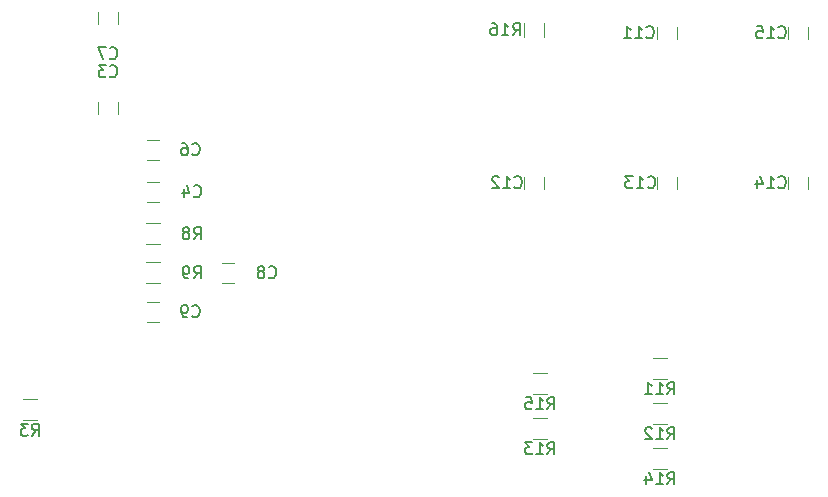
<source format=gbr>
G04 #@! TF.FileFunction,Legend,Bot*
%FSLAX46Y46*%
G04 Gerber Fmt 4.6, Leading zero omitted, Abs format (unit mm)*
G04 Created by KiCad (PCBNEW 4.0.6) date Wednesday, April 11, 2018 'PMt' 08:09:55 PM*
%MOMM*%
%LPD*%
G01*
G04 APERTURE LIST*
%ADD10C,0.100000*%
%ADD11C,0.120000*%
%ADD12C,0.150000*%
G04 APERTURE END LIST*
D10*
D11*
X150964000Y-82812000D02*
X150964000Y-83812000D01*
X149264000Y-83812000D02*
X149264000Y-82812000D01*
X153424000Y-89574000D02*
X154424000Y-89574000D01*
X154424000Y-91274000D02*
X153424000Y-91274000D01*
X153424000Y-86018000D02*
X154424000Y-86018000D01*
X154424000Y-87718000D02*
X153424000Y-87718000D01*
X150964000Y-75192000D02*
X150964000Y-76192000D01*
X149264000Y-76192000D02*
X149264000Y-75192000D01*
X160774000Y-98132000D02*
X159774000Y-98132000D01*
X159774000Y-96432000D02*
X160774000Y-96432000D01*
X154424000Y-101434000D02*
X153424000Y-101434000D01*
X153424000Y-99734000D02*
X154424000Y-99734000D01*
X196635000Y-77462000D02*
X196635000Y-76462000D01*
X198335000Y-76462000D02*
X198335000Y-77462000D01*
X185332000Y-90162000D02*
X185332000Y-89162000D01*
X187032000Y-89162000D02*
X187032000Y-90162000D01*
X196635000Y-90162000D02*
X196635000Y-89162000D01*
X198335000Y-89162000D02*
X198335000Y-90162000D01*
X207684000Y-90162000D02*
X207684000Y-89162000D01*
X209384000Y-89162000D02*
X209384000Y-90162000D01*
X207684000Y-77462000D02*
X207684000Y-76462000D01*
X209384000Y-76462000D02*
X209384000Y-77462000D01*
X142910000Y-109719000D02*
X144110000Y-109719000D01*
X144110000Y-107959000D02*
X142910000Y-107959000D01*
X154524000Y-93100000D02*
X153324000Y-93100000D01*
X153324000Y-94860000D02*
X154524000Y-94860000D01*
X153324000Y-98162000D02*
X154524000Y-98162000D01*
X154524000Y-96402000D02*
X153324000Y-96402000D01*
X197450000Y-104530000D02*
X196250000Y-104530000D01*
X196250000Y-106290000D02*
X197450000Y-106290000D01*
X197450000Y-108340000D02*
X196250000Y-108340000D01*
X196250000Y-110100000D02*
X197450000Y-110100000D01*
X187290000Y-109610000D02*
X186090000Y-109610000D01*
X186090000Y-111370000D02*
X187290000Y-111370000D01*
X197450000Y-112150000D02*
X196250000Y-112150000D01*
X196250000Y-113910000D02*
X197450000Y-113910000D01*
X187290000Y-105800000D02*
X186090000Y-105800000D01*
X186090000Y-107560000D02*
X187290000Y-107560000D01*
X187062000Y-77308000D02*
X187062000Y-76108000D01*
X185302000Y-76108000D02*
X185302000Y-77308000D01*
D12*
X150280666Y-80621143D02*
X150328285Y-80668762D01*
X150471142Y-80716381D01*
X150566380Y-80716381D01*
X150709238Y-80668762D01*
X150804476Y-80573524D01*
X150852095Y-80478286D01*
X150899714Y-80287810D01*
X150899714Y-80144952D01*
X150852095Y-79954476D01*
X150804476Y-79859238D01*
X150709238Y-79764000D01*
X150566380Y-79716381D01*
X150471142Y-79716381D01*
X150328285Y-79764000D01*
X150280666Y-79811619D01*
X149947333Y-79716381D02*
X149328285Y-79716381D01*
X149661619Y-80097333D01*
X149518761Y-80097333D01*
X149423523Y-80144952D01*
X149375904Y-80192571D01*
X149328285Y-80287810D01*
X149328285Y-80525905D01*
X149375904Y-80621143D01*
X149423523Y-80668762D01*
X149518761Y-80716381D01*
X149804476Y-80716381D01*
X149899714Y-80668762D01*
X149947333Y-80621143D01*
X157392666Y-90781143D02*
X157440285Y-90828762D01*
X157583142Y-90876381D01*
X157678380Y-90876381D01*
X157821238Y-90828762D01*
X157916476Y-90733524D01*
X157964095Y-90638286D01*
X158011714Y-90447810D01*
X158011714Y-90304952D01*
X157964095Y-90114476D01*
X157916476Y-90019238D01*
X157821238Y-89924000D01*
X157678380Y-89876381D01*
X157583142Y-89876381D01*
X157440285Y-89924000D01*
X157392666Y-89971619D01*
X156535523Y-90209714D02*
X156535523Y-90876381D01*
X156773619Y-89828762D02*
X157011714Y-90543048D01*
X156392666Y-90543048D01*
X157265666Y-87225143D02*
X157313285Y-87272762D01*
X157456142Y-87320381D01*
X157551380Y-87320381D01*
X157694238Y-87272762D01*
X157789476Y-87177524D01*
X157837095Y-87082286D01*
X157884714Y-86891810D01*
X157884714Y-86748952D01*
X157837095Y-86558476D01*
X157789476Y-86463238D01*
X157694238Y-86368000D01*
X157551380Y-86320381D01*
X157456142Y-86320381D01*
X157313285Y-86368000D01*
X157265666Y-86415619D01*
X156408523Y-86320381D02*
X156599000Y-86320381D01*
X156694238Y-86368000D01*
X156741857Y-86415619D01*
X156837095Y-86558476D01*
X156884714Y-86748952D01*
X156884714Y-87129905D01*
X156837095Y-87225143D01*
X156789476Y-87272762D01*
X156694238Y-87320381D01*
X156503761Y-87320381D01*
X156408523Y-87272762D01*
X156360904Y-87225143D01*
X156313285Y-87129905D01*
X156313285Y-86891810D01*
X156360904Y-86796571D01*
X156408523Y-86748952D01*
X156503761Y-86701333D01*
X156694238Y-86701333D01*
X156789476Y-86748952D01*
X156837095Y-86796571D01*
X156884714Y-86891810D01*
X150280666Y-79097143D02*
X150328285Y-79144762D01*
X150471142Y-79192381D01*
X150566380Y-79192381D01*
X150709238Y-79144762D01*
X150804476Y-79049524D01*
X150852095Y-78954286D01*
X150899714Y-78763810D01*
X150899714Y-78620952D01*
X150852095Y-78430476D01*
X150804476Y-78335238D01*
X150709238Y-78240000D01*
X150566380Y-78192381D01*
X150471142Y-78192381D01*
X150328285Y-78240000D01*
X150280666Y-78287619D01*
X149947333Y-78192381D02*
X149280666Y-78192381D01*
X149709238Y-79192381D01*
X163742666Y-97639143D02*
X163790285Y-97686762D01*
X163933142Y-97734381D01*
X164028380Y-97734381D01*
X164171238Y-97686762D01*
X164266476Y-97591524D01*
X164314095Y-97496286D01*
X164361714Y-97305810D01*
X164361714Y-97162952D01*
X164314095Y-96972476D01*
X164266476Y-96877238D01*
X164171238Y-96782000D01*
X164028380Y-96734381D01*
X163933142Y-96734381D01*
X163790285Y-96782000D01*
X163742666Y-96829619D01*
X163171238Y-97162952D02*
X163266476Y-97115333D01*
X163314095Y-97067714D01*
X163361714Y-96972476D01*
X163361714Y-96924857D01*
X163314095Y-96829619D01*
X163266476Y-96782000D01*
X163171238Y-96734381D01*
X162980761Y-96734381D01*
X162885523Y-96782000D01*
X162837904Y-96829619D01*
X162790285Y-96924857D01*
X162790285Y-96972476D01*
X162837904Y-97067714D01*
X162885523Y-97115333D01*
X162980761Y-97162952D01*
X163171238Y-97162952D01*
X163266476Y-97210571D01*
X163314095Y-97258190D01*
X163361714Y-97353429D01*
X163361714Y-97543905D01*
X163314095Y-97639143D01*
X163266476Y-97686762D01*
X163171238Y-97734381D01*
X162980761Y-97734381D01*
X162885523Y-97686762D01*
X162837904Y-97639143D01*
X162790285Y-97543905D01*
X162790285Y-97353429D01*
X162837904Y-97258190D01*
X162885523Y-97210571D01*
X162980761Y-97162952D01*
X157265666Y-100941143D02*
X157313285Y-100988762D01*
X157456142Y-101036381D01*
X157551380Y-101036381D01*
X157694238Y-100988762D01*
X157789476Y-100893524D01*
X157837095Y-100798286D01*
X157884714Y-100607810D01*
X157884714Y-100464952D01*
X157837095Y-100274476D01*
X157789476Y-100179238D01*
X157694238Y-100084000D01*
X157551380Y-100036381D01*
X157456142Y-100036381D01*
X157313285Y-100084000D01*
X157265666Y-100131619D01*
X156789476Y-101036381D02*
X156599000Y-101036381D01*
X156503761Y-100988762D01*
X156456142Y-100941143D01*
X156360904Y-100798286D01*
X156313285Y-100607810D01*
X156313285Y-100226857D01*
X156360904Y-100131619D01*
X156408523Y-100084000D01*
X156503761Y-100036381D01*
X156694238Y-100036381D01*
X156789476Y-100084000D01*
X156837095Y-100131619D01*
X156884714Y-100226857D01*
X156884714Y-100464952D01*
X156837095Y-100560190D01*
X156789476Y-100607810D01*
X156694238Y-100655429D01*
X156503761Y-100655429D01*
X156408523Y-100607810D01*
X156360904Y-100560190D01*
X156313285Y-100464952D01*
X195714857Y-77319143D02*
X195762476Y-77366762D01*
X195905333Y-77414381D01*
X196000571Y-77414381D01*
X196143429Y-77366762D01*
X196238667Y-77271524D01*
X196286286Y-77176286D01*
X196333905Y-76985810D01*
X196333905Y-76842952D01*
X196286286Y-76652476D01*
X196238667Y-76557238D01*
X196143429Y-76462000D01*
X196000571Y-76414381D01*
X195905333Y-76414381D01*
X195762476Y-76462000D01*
X195714857Y-76509619D01*
X194762476Y-77414381D02*
X195333905Y-77414381D01*
X195048191Y-77414381D02*
X195048191Y-76414381D01*
X195143429Y-76557238D01*
X195238667Y-76652476D01*
X195333905Y-76700095D01*
X193810095Y-77414381D02*
X194381524Y-77414381D01*
X194095810Y-77414381D02*
X194095810Y-76414381D01*
X194191048Y-76557238D01*
X194286286Y-76652476D01*
X194381524Y-76700095D01*
X184538857Y-90019143D02*
X184586476Y-90066762D01*
X184729333Y-90114381D01*
X184824571Y-90114381D01*
X184967429Y-90066762D01*
X185062667Y-89971524D01*
X185110286Y-89876286D01*
X185157905Y-89685810D01*
X185157905Y-89542952D01*
X185110286Y-89352476D01*
X185062667Y-89257238D01*
X184967429Y-89162000D01*
X184824571Y-89114381D01*
X184729333Y-89114381D01*
X184586476Y-89162000D01*
X184538857Y-89209619D01*
X183586476Y-90114381D02*
X184157905Y-90114381D01*
X183872191Y-90114381D02*
X183872191Y-89114381D01*
X183967429Y-89257238D01*
X184062667Y-89352476D01*
X184157905Y-89400095D01*
X183205524Y-89209619D02*
X183157905Y-89162000D01*
X183062667Y-89114381D01*
X182824571Y-89114381D01*
X182729333Y-89162000D01*
X182681714Y-89209619D01*
X182634095Y-89304857D01*
X182634095Y-89400095D01*
X182681714Y-89542952D01*
X183253143Y-90114381D01*
X182634095Y-90114381D01*
X195841857Y-90019143D02*
X195889476Y-90066762D01*
X196032333Y-90114381D01*
X196127571Y-90114381D01*
X196270429Y-90066762D01*
X196365667Y-89971524D01*
X196413286Y-89876286D01*
X196460905Y-89685810D01*
X196460905Y-89542952D01*
X196413286Y-89352476D01*
X196365667Y-89257238D01*
X196270429Y-89162000D01*
X196127571Y-89114381D01*
X196032333Y-89114381D01*
X195889476Y-89162000D01*
X195841857Y-89209619D01*
X194889476Y-90114381D02*
X195460905Y-90114381D01*
X195175191Y-90114381D02*
X195175191Y-89114381D01*
X195270429Y-89257238D01*
X195365667Y-89352476D01*
X195460905Y-89400095D01*
X194556143Y-89114381D02*
X193937095Y-89114381D01*
X194270429Y-89495333D01*
X194127571Y-89495333D01*
X194032333Y-89542952D01*
X193984714Y-89590571D01*
X193937095Y-89685810D01*
X193937095Y-89923905D01*
X193984714Y-90019143D01*
X194032333Y-90066762D01*
X194127571Y-90114381D01*
X194413286Y-90114381D01*
X194508524Y-90066762D01*
X194556143Y-90019143D01*
X206890857Y-90019143D02*
X206938476Y-90066762D01*
X207081333Y-90114381D01*
X207176571Y-90114381D01*
X207319429Y-90066762D01*
X207414667Y-89971524D01*
X207462286Y-89876286D01*
X207509905Y-89685810D01*
X207509905Y-89542952D01*
X207462286Y-89352476D01*
X207414667Y-89257238D01*
X207319429Y-89162000D01*
X207176571Y-89114381D01*
X207081333Y-89114381D01*
X206938476Y-89162000D01*
X206890857Y-89209619D01*
X205938476Y-90114381D02*
X206509905Y-90114381D01*
X206224191Y-90114381D02*
X206224191Y-89114381D01*
X206319429Y-89257238D01*
X206414667Y-89352476D01*
X206509905Y-89400095D01*
X205081333Y-89447714D02*
X205081333Y-90114381D01*
X205319429Y-89066762D02*
X205557524Y-89781048D01*
X204938476Y-89781048D01*
X206890857Y-77319143D02*
X206938476Y-77366762D01*
X207081333Y-77414381D01*
X207176571Y-77414381D01*
X207319429Y-77366762D01*
X207414667Y-77271524D01*
X207462286Y-77176286D01*
X207509905Y-76985810D01*
X207509905Y-76842952D01*
X207462286Y-76652476D01*
X207414667Y-76557238D01*
X207319429Y-76462000D01*
X207176571Y-76414381D01*
X207081333Y-76414381D01*
X206938476Y-76462000D01*
X206890857Y-76509619D01*
X205938476Y-77414381D02*
X206509905Y-77414381D01*
X206224191Y-77414381D02*
X206224191Y-76414381D01*
X206319429Y-76557238D01*
X206414667Y-76652476D01*
X206509905Y-76700095D01*
X205033714Y-76414381D02*
X205509905Y-76414381D01*
X205557524Y-76890571D01*
X205509905Y-76842952D01*
X205414667Y-76795333D01*
X205176571Y-76795333D01*
X205081333Y-76842952D01*
X205033714Y-76890571D01*
X204986095Y-76985810D01*
X204986095Y-77223905D01*
X205033714Y-77319143D01*
X205081333Y-77366762D01*
X205176571Y-77414381D01*
X205414667Y-77414381D01*
X205509905Y-77366762D01*
X205557524Y-77319143D01*
X143676666Y-111069381D02*
X144010000Y-110593190D01*
X144248095Y-111069381D02*
X144248095Y-110069381D01*
X143867142Y-110069381D01*
X143771904Y-110117000D01*
X143724285Y-110164619D01*
X143676666Y-110259857D01*
X143676666Y-110402714D01*
X143724285Y-110497952D01*
X143771904Y-110545571D01*
X143867142Y-110593190D01*
X144248095Y-110593190D01*
X143343333Y-110069381D02*
X142724285Y-110069381D01*
X143057619Y-110450333D01*
X142914761Y-110450333D01*
X142819523Y-110497952D01*
X142771904Y-110545571D01*
X142724285Y-110640810D01*
X142724285Y-110878905D01*
X142771904Y-110974143D01*
X142819523Y-111021762D01*
X142914761Y-111069381D01*
X143200476Y-111069381D01*
X143295714Y-111021762D01*
X143343333Y-110974143D01*
X157392666Y-94432381D02*
X157726000Y-93956190D01*
X157964095Y-94432381D02*
X157964095Y-93432381D01*
X157583142Y-93432381D01*
X157487904Y-93480000D01*
X157440285Y-93527619D01*
X157392666Y-93622857D01*
X157392666Y-93765714D01*
X157440285Y-93860952D01*
X157487904Y-93908571D01*
X157583142Y-93956190D01*
X157964095Y-93956190D01*
X156821238Y-93860952D02*
X156916476Y-93813333D01*
X156964095Y-93765714D01*
X157011714Y-93670476D01*
X157011714Y-93622857D01*
X156964095Y-93527619D01*
X156916476Y-93480000D01*
X156821238Y-93432381D01*
X156630761Y-93432381D01*
X156535523Y-93480000D01*
X156487904Y-93527619D01*
X156440285Y-93622857D01*
X156440285Y-93670476D01*
X156487904Y-93765714D01*
X156535523Y-93813333D01*
X156630761Y-93860952D01*
X156821238Y-93860952D01*
X156916476Y-93908571D01*
X156964095Y-93956190D01*
X157011714Y-94051429D01*
X157011714Y-94241905D01*
X156964095Y-94337143D01*
X156916476Y-94384762D01*
X156821238Y-94432381D01*
X156630761Y-94432381D01*
X156535523Y-94384762D01*
X156487904Y-94337143D01*
X156440285Y-94241905D01*
X156440285Y-94051429D01*
X156487904Y-93956190D01*
X156535523Y-93908571D01*
X156630761Y-93860952D01*
X157392666Y-97734381D02*
X157726000Y-97258190D01*
X157964095Y-97734381D02*
X157964095Y-96734381D01*
X157583142Y-96734381D01*
X157487904Y-96782000D01*
X157440285Y-96829619D01*
X157392666Y-96924857D01*
X157392666Y-97067714D01*
X157440285Y-97162952D01*
X157487904Y-97210571D01*
X157583142Y-97258190D01*
X157964095Y-97258190D01*
X156916476Y-97734381D02*
X156726000Y-97734381D01*
X156630761Y-97686762D01*
X156583142Y-97639143D01*
X156487904Y-97496286D01*
X156440285Y-97305810D01*
X156440285Y-96924857D01*
X156487904Y-96829619D01*
X156535523Y-96782000D01*
X156630761Y-96734381D01*
X156821238Y-96734381D01*
X156916476Y-96782000D01*
X156964095Y-96829619D01*
X157011714Y-96924857D01*
X157011714Y-97162952D01*
X156964095Y-97258190D01*
X156916476Y-97305810D01*
X156821238Y-97353429D01*
X156630761Y-97353429D01*
X156535523Y-97305810D01*
X156487904Y-97258190D01*
X156440285Y-97162952D01*
X197492857Y-107562381D02*
X197826191Y-107086190D01*
X198064286Y-107562381D02*
X198064286Y-106562381D01*
X197683333Y-106562381D01*
X197588095Y-106610000D01*
X197540476Y-106657619D01*
X197492857Y-106752857D01*
X197492857Y-106895714D01*
X197540476Y-106990952D01*
X197588095Y-107038571D01*
X197683333Y-107086190D01*
X198064286Y-107086190D01*
X196540476Y-107562381D02*
X197111905Y-107562381D01*
X196826191Y-107562381D02*
X196826191Y-106562381D01*
X196921429Y-106705238D01*
X197016667Y-106800476D01*
X197111905Y-106848095D01*
X195588095Y-107562381D02*
X196159524Y-107562381D01*
X195873810Y-107562381D02*
X195873810Y-106562381D01*
X195969048Y-106705238D01*
X196064286Y-106800476D01*
X196159524Y-106848095D01*
X197492857Y-111372381D02*
X197826191Y-110896190D01*
X198064286Y-111372381D02*
X198064286Y-110372381D01*
X197683333Y-110372381D01*
X197588095Y-110420000D01*
X197540476Y-110467619D01*
X197492857Y-110562857D01*
X197492857Y-110705714D01*
X197540476Y-110800952D01*
X197588095Y-110848571D01*
X197683333Y-110896190D01*
X198064286Y-110896190D01*
X196540476Y-111372381D02*
X197111905Y-111372381D01*
X196826191Y-111372381D02*
X196826191Y-110372381D01*
X196921429Y-110515238D01*
X197016667Y-110610476D01*
X197111905Y-110658095D01*
X196159524Y-110467619D02*
X196111905Y-110420000D01*
X196016667Y-110372381D01*
X195778571Y-110372381D01*
X195683333Y-110420000D01*
X195635714Y-110467619D01*
X195588095Y-110562857D01*
X195588095Y-110658095D01*
X195635714Y-110800952D01*
X196207143Y-111372381D01*
X195588095Y-111372381D01*
X187332857Y-112642381D02*
X187666191Y-112166190D01*
X187904286Y-112642381D02*
X187904286Y-111642381D01*
X187523333Y-111642381D01*
X187428095Y-111690000D01*
X187380476Y-111737619D01*
X187332857Y-111832857D01*
X187332857Y-111975714D01*
X187380476Y-112070952D01*
X187428095Y-112118571D01*
X187523333Y-112166190D01*
X187904286Y-112166190D01*
X186380476Y-112642381D02*
X186951905Y-112642381D01*
X186666191Y-112642381D02*
X186666191Y-111642381D01*
X186761429Y-111785238D01*
X186856667Y-111880476D01*
X186951905Y-111928095D01*
X186047143Y-111642381D02*
X185428095Y-111642381D01*
X185761429Y-112023333D01*
X185618571Y-112023333D01*
X185523333Y-112070952D01*
X185475714Y-112118571D01*
X185428095Y-112213810D01*
X185428095Y-112451905D01*
X185475714Y-112547143D01*
X185523333Y-112594762D01*
X185618571Y-112642381D01*
X185904286Y-112642381D01*
X185999524Y-112594762D01*
X186047143Y-112547143D01*
X197492857Y-115182381D02*
X197826191Y-114706190D01*
X198064286Y-115182381D02*
X198064286Y-114182381D01*
X197683333Y-114182381D01*
X197588095Y-114230000D01*
X197540476Y-114277619D01*
X197492857Y-114372857D01*
X197492857Y-114515714D01*
X197540476Y-114610952D01*
X197588095Y-114658571D01*
X197683333Y-114706190D01*
X198064286Y-114706190D01*
X196540476Y-115182381D02*
X197111905Y-115182381D01*
X196826191Y-115182381D02*
X196826191Y-114182381D01*
X196921429Y-114325238D01*
X197016667Y-114420476D01*
X197111905Y-114468095D01*
X195683333Y-114515714D02*
X195683333Y-115182381D01*
X195921429Y-114134762D02*
X196159524Y-114849048D01*
X195540476Y-114849048D01*
X187332857Y-108832381D02*
X187666191Y-108356190D01*
X187904286Y-108832381D02*
X187904286Y-107832381D01*
X187523333Y-107832381D01*
X187428095Y-107880000D01*
X187380476Y-107927619D01*
X187332857Y-108022857D01*
X187332857Y-108165714D01*
X187380476Y-108260952D01*
X187428095Y-108308571D01*
X187523333Y-108356190D01*
X187904286Y-108356190D01*
X186380476Y-108832381D02*
X186951905Y-108832381D01*
X186666191Y-108832381D02*
X186666191Y-107832381D01*
X186761429Y-107975238D01*
X186856667Y-108070476D01*
X186951905Y-108118095D01*
X185475714Y-107832381D02*
X185951905Y-107832381D01*
X185999524Y-108308571D01*
X185951905Y-108260952D01*
X185856667Y-108213333D01*
X185618571Y-108213333D01*
X185523333Y-108260952D01*
X185475714Y-108308571D01*
X185428095Y-108403810D01*
X185428095Y-108641905D01*
X185475714Y-108737143D01*
X185523333Y-108784762D01*
X185618571Y-108832381D01*
X185856667Y-108832381D01*
X185951905Y-108784762D01*
X185999524Y-108737143D01*
X184411857Y-77160381D02*
X184745191Y-76684190D01*
X184983286Y-77160381D02*
X184983286Y-76160381D01*
X184602333Y-76160381D01*
X184507095Y-76208000D01*
X184459476Y-76255619D01*
X184411857Y-76350857D01*
X184411857Y-76493714D01*
X184459476Y-76588952D01*
X184507095Y-76636571D01*
X184602333Y-76684190D01*
X184983286Y-76684190D01*
X183459476Y-77160381D02*
X184030905Y-77160381D01*
X183745191Y-77160381D02*
X183745191Y-76160381D01*
X183840429Y-76303238D01*
X183935667Y-76398476D01*
X184030905Y-76446095D01*
X182602333Y-76160381D02*
X182792810Y-76160381D01*
X182888048Y-76208000D01*
X182935667Y-76255619D01*
X183030905Y-76398476D01*
X183078524Y-76588952D01*
X183078524Y-76969905D01*
X183030905Y-77065143D01*
X182983286Y-77112762D01*
X182888048Y-77160381D01*
X182697571Y-77160381D01*
X182602333Y-77112762D01*
X182554714Y-77065143D01*
X182507095Y-76969905D01*
X182507095Y-76731810D01*
X182554714Y-76636571D01*
X182602333Y-76588952D01*
X182697571Y-76541333D01*
X182888048Y-76541333D01*
X182983286Y-76588952D01*
X183030905Y-76636571D01*
X183078524Y-76731810D01*
M02*

</source>
